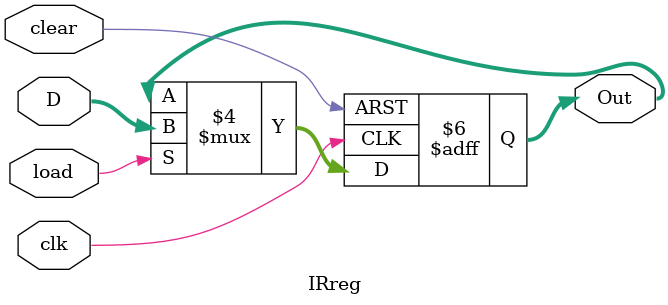
<source format=v>
module IRreg(D,load,clear,clk,Out);
input [7:0] D;
input load,clear,clk;
output reg [7:0] Out;
initial 
	Out <= 8'b00000000;

always @ (posedge clk, posedge clear)
	begin
		if (clear)
			Out <= 8'b00000000;
		else if(load)
			Out <= D;
		else	
			Out <= Out;
	end
endmodule
		

</source>
